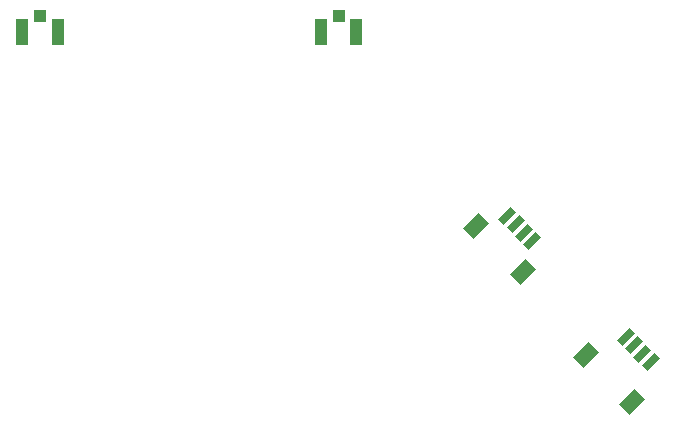
<source format=gtp>
G04*
G04 #@! TF.GenerationSoftware,Altium Limited,Altium Designer,20.2.6 (244)*
G04*
G04 Layer_Color=12040119*
%FSLAX25Y25*%
%MOIN*%
G70*
G04*
G04 #@! TF.SameCoordinates,0B2D2C80-7AF4-4F1A-9CF9-E7062EFAC0B4*
G04*
G04*
G04 #@! TF.FilePolarity,Positive*
G04*
G01*
G75*
G04:AMPARAMS|DCode=15|XSize=23.62mil|YSize=61.02mil|CornerRadius=0mil|HoleSize=0mil|Usage=FLASHONLY|Rotation=135.000|XOffset=0mil|YOffset=0mil|HoleType=Round|Shape=Rectangle|*
%AMROTATEDRECTD15*
4,1,4,0.02993,0.01322,-0.01322,-0.02993,-0.02993,-0.01322,0.01322,0.02993,0.02993,0.01322,0.0*
%
%ADD15ROTATEDRECTD15*%

G04:AMPARAMS|DCode=16|XSize=47.24mil|YSize=70.87mil|CornerRadius=0mil|HoleSize=0mil|Usage=FLASHONLY|Rotation=135.000|XOffset=0mil|YOffset=0mil|HoleType=Round|Shape=Rectangle|*
%AMROTATEDRECTD16*
4,1,4,0.04176,0.00835,-0.00835,-0.04176,-0.04176,-0.00835,0.00835,0.04176,0.04176,0.00835,0.0*
%
%ADD16ROTATEDRECTD16*%

%ADD17R,0.03937X0.04134*%
%ADD18R,0.04134X0.08661*%
D15*
X153568Y106932D02*
D03*
X150784Y109716D02*
D03*
X148000Y112500D02*
D03*
X145216Y115284D02*
D03*
X114121Y147269D02*
D03*
X111337Y150053D02*
D03*
X108553Y152837D02*
D03*
X105769Y155621D02*
D03*
D16*
X147339Y93465D02*
D03*
X131888Y109194D02*
D03*
X110850Y136760D02*
D03*
X95260Y152350D02*
D03*
D17*
X49500Y222158D02*
D03*
X-50000D02*
D03*
D18*
X43595Y216843D02*
D03*
X55405D02*
D03*
X-55905D02*
D03*
X-44094D02*
D03*
M02*

</source>
